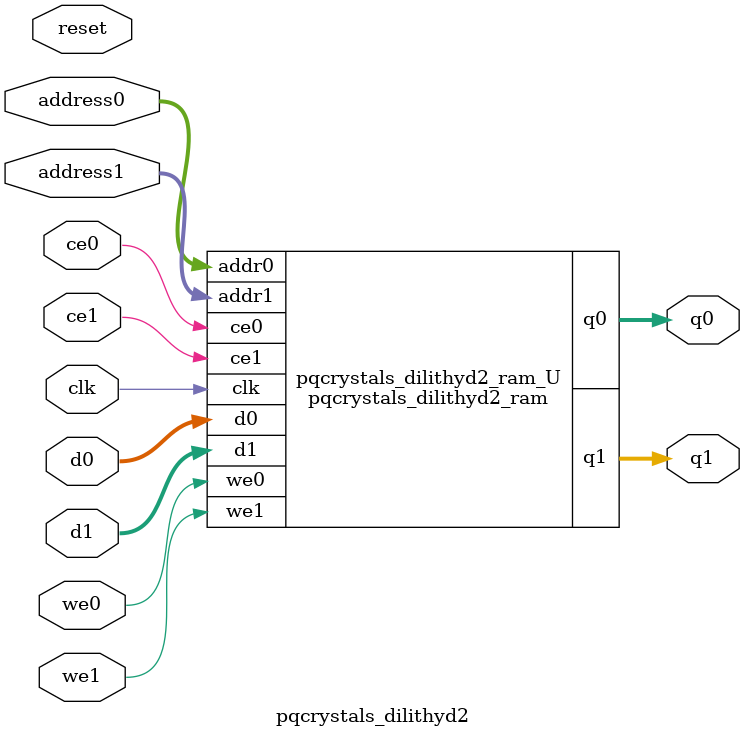
<source format=v>
`timescale 1 ns / 1 ps
module pqcrystals_dilithyd2_ram (addr0, ce0, d0, we0, q0, addr1, ce1, d1, we1, q1,  clk);

parameter DWIDTH = 32;
parameter AWIDTH = 8;
parameter MEM_SIZE = 256;

input[AWIDTH-1:0] addr0;
input ce0;
input[DWIDTH-1:0] d0;
input we0;
output reg[DWIDTH-1:0] q0;
input[AWIDTH-1:0] addr1;
input ce1;
input[DWIDTH-1:0] d1;
input we1;
output reg[DWIDTH-1:0] q1;
input clk;

(* ram_style = "block" *)reg [DWIDTH-1:0] ram[0:MEM_SIZE-1];




always @(posedge clk)  
begin 
    if (ce0) begin
        if (we0) 
            ram[addr0] <= d0; 
        q0 <= ram[addr0];
    end
end


always @(posedge clk)  
begin 
    if (ce1) begin
        if (we1) 
            ram[addr1] <= d1; 
        q1 <= ram[addr1];
    end
end


endmodule

`timescale 1 ns / 1 ps
module pqcrystals_dilithyd2(
    reset,
    clk,
    address0,
    ce0,
    we0,
    d0,
    q0,
    address1,
    ce1,
    we1,
    d1,
    q1);

parameter DataWidth = 32'd32;
parameter AddressRange = 32'd256;
parameter AddressWidth = 32'd8;
input reset;
input clk;
input[AddressWidth - 1:0] address0;
input ce0;
input we0;
input[DataWidth - 1:0] d0;
output[DataWidth - 1:0] q0;
input[AddressWidth - 1:0] address1;
input ce1;
input we1;
input[DataWidth - 1:0] d1;
output[DataWidth - 1:0] q1;



pqcrystals_dilithyd2_ram pqcrystals_dilithyd2_ram_U(
    .clk( clk ),
    .addr0( address0 ),
    .ce0( ce0 ),
    .we0( we0 ),
    .d0( d0 ),
    .q0( q0 ),
    .addr1( address1 ),
    .ce1( ce1 ),
    .we1( we1 ),
    .d1( d1 ),
    .q1( q1 ));

endmodule


</source>
